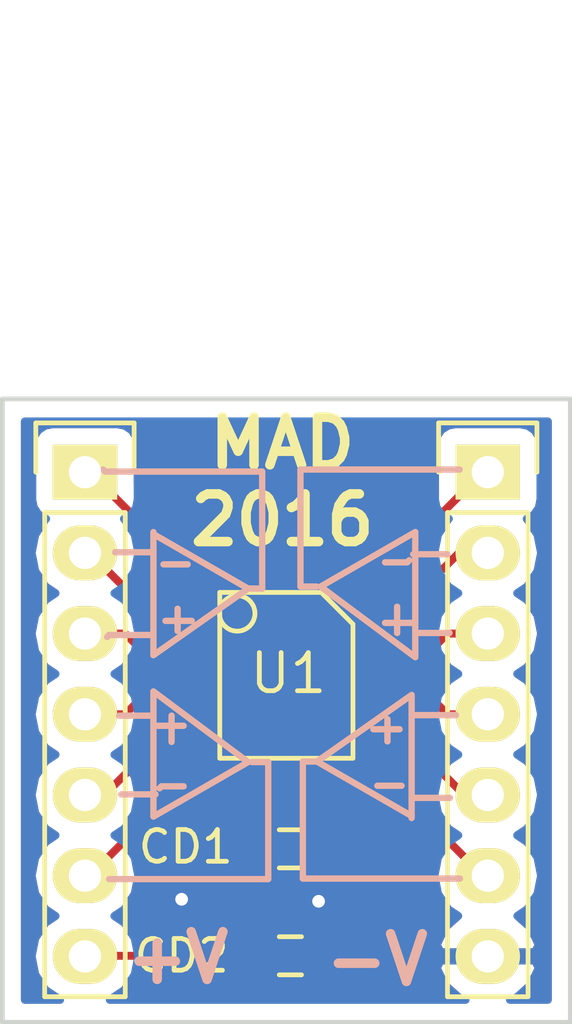
<source format=kicad_pcb>
(kicad_pcb (version 4) (host pcbnew 4.0.2+dfsg1-2~bpo8+1-stable)

  (general
    (links 18)
    (no_connects 0)
    (area 135.751499 99.619999 153.808501 119.391501)
    (thickness 1.6)
    (drawings 68)
    (tracks 68)
    (zones 0)
    (modules 5)
    (nets 15)
  )

  (page USLetter)
  (title_block
    (title "TSV324 quad opamp eval board")
    (rev 1)
  )

  (layers
    (0 F.Cu signal)
    (31 B.Cu signal)
    (32 B.Adhes user)
    (33 F.Adhes user)
    (34 B.Paste user)
    (35 F.Paste user)
    (36 B.SilkS user)
    (37 F.SilkS user)
    (38 B.Mask user)
    (39 F.Mask user)
    (40 Dwgs.User user)
    (41 Cmts.User user)
    (42 Eco1.User user)
    (43 Eco2.User user)
    (44 Edge.Cuts user)
    (45 Margin user)
    (46 B.CrtYd user)
    (47 F.CrtYd user)
    (48 B.Fab user)
    (49 F.Fab user)
  )

  (setup
    (last_trace_width 0.25)
    (trace_clearance 0.2)
    (zone_clearance 0.508)
    (zone_45_only no)
    (trace_min 0.2)
    (segment_width 0.2)
    (edge_width 0.15)
    (via_size 0.6)
    (via_drill 0.4)
    (via_min_size 0.5)
    (via_min_drill 0.34)
    (uvia_size 0.6)
    (uvia_drill 0.4)
    (uvias_allowed no)
    (uvia_min_size 0.5)
    (uvia_min_drill 0.34)
    (pcb_text_width 0.3)
    (pcb_text_size 1.5 1.5)
    (mod_edge_width 0.15)
    (mod_text_size 1 1)
    (mod_text_width 0.15)
    (pad_size 2.032 1.7272)
    (pad_drill 1.016)
    (pad_to_mask_clearance 0.2)
    (aux_axis_origin 0 0)
    (visible_elements FFFFFF7F)
    (pcbplotparams
      (layerselection 0x00030_80000001)
      (usegerberextensions false)
      (excludeedgelayer true)
      (linewidth 0.100000)
      (plotframeref false)
      (viasonmask false)
      (mode 1)
      (useauxorigin false)
      (hpglpennumber 1)
      (hpglpenspeed 20)
      (hpglpendiameter 15)
      (hpglpenoverlay 2)
      (psnegative false)
      (psa4output false)
      (plotreference true)
      (plotvalue true)
      (plotinvisibletext false)
      (padsonsilk false)
      (subtractmaskfromsilk false)
      (outputformat 1)
      (mirror false)
      (drillshape 1)
      (scaleselection 1)
      (outputdirectory ""))
  )

  (net 0 "")
  (net 1 /AO)
  (net 2 /AN)
  (net 3 /AP)
  (net 4 /Vcc)
  (net 5 /BP)
  (net 6 /BN)
  (net 7 /BO)
  (net 8 /DO)
  (net 9 /DN)
  (net 10 /DP)
  (net 11 /Vdd)
  (net 12 /CP)
  (net 13 /CN)
  (net 14 /CO)

  (net_class Default "This is the default net class."
    (clearance 0.2)
    (trace_width 0.25)
    (via_dia 0.6)
    (via_drill 0.4)
    (uvia_dia 0.6)
    (uvia_drill 0.4)
    (add_net /AN)
    (add_net /AO)
    (add_net /AP)
    (add_net /BN)
    (add_net /BO)
    (add_net /BP)
    (add_net /CN)
    (add_net /CO)
    (add_net /CP)
    (add_net /DN)
    (add_net /DO)
    (add_net /DP)
    (add_net /Vcc)
    (add_net /Vdd)
  )

  (module Pin_Headers:Pin_Header_Straight_1x07 (layer F.Cu) (tedit 5856E746) (tstamp 5856E5A2)
    (at 138.43 102)
    (descr "Through hole pin header")
    (tags "pin header")
    (path /5856E6A6)
    (fp_text reference P1 (at 0 -5.1) (layer F.SilkS) hide
      (effects (font (size 1 1) (thickness 0.15)))
    )
    (fp_text value LEFT (at 0 -3.1) (layer F.Fab) hide
      (effects (font (size 1 1) (thickness 0.15)))
    )
    (fp_line (start -1.75 -1.75) (end -1.75 17) (layer F.CrtYd) (width 0.05))
    (fp_line (start 1.75 -1.75) (end 1.75 17) (layer F.CrtYd) (width 0.05))
    (fp_line (start -1.75 -1.75) (end 1.75 -1.75) (layer F.CrtYd) (width 0.05))
    (fp_line (start -1.75 17) (end 1.75 17) (layer F.CrtYd) (width 0.05))
    (fp_line (start 1.27 1.27) (end 1.27 16.51) (layer F.SilkS) (width 0.15))
    (fp_line (start 1.27 16.51) (end -1.27 16.51) (layer F.SilkS) (width 0.15))
    (fp_line (start -1.27 16.51) (end -1.27 1.27) (layer F.SilkS) (width 0.15))
    (fp_line (start 1.55 -1.55) (end 1.55 0) (layer F.SilkS) (width 0.15))
    (fp_line (start 1.27 1.27) (end -1.27 1.27) (layer F.SilkS) (width 0.15))
    (fp_line (start -1.55 0) (end -1.55 -1.55) (layer F.SilkS) (width 0.15))
    (fp_line (start -1.55 -1.55) (end 1.55 -1.55) (layer F.SilkS) (width 0.15))
    (pad 1 thru_hole rect (at 0 0) (size 2.032 1.7272) (drill 1.016) (layers *.Cu *.Mask F.SilkS)
      (net 1 /AO))
    (pad 2 thru_hole oval (at 0 2.54) (size 2.032 1.7272) (drill 1.016) (layers *.Cu *.Mask F.SilkS)
      (net 2 /AN))
    (pad 3 thru_hole oval (at 0 5.08) (size 2.032 1.7272) (drill 1.016) (layers *.Cu *.Mask F.SilkS)
      (net 3 /AP))
    (pad 4 thru_hole oval (at 0 7.62) (size 2.032 1.7272) (drill 1.016) (layers *.Cu *.Mask F.SilkS)
      (net 5 /BP))
    (pad 5 thru_hole oval (at 0 10.16) (size 2.032 1.7272) (drill 1.016) (layers *.Cu *.Mask F.SilkS)
      (net 6 /BN))
    (pad 6 thru_hole oval (at 0 12.7) (size 2.032 1.7272) (drill 1.016) (layers *.Cu *.Mask F.SilkS)
      (net 7 /BO))
    (pad 7 thru_hole oval (at 0 15.24) (size 2.032 1.7272) (drill 1.016) (layers *.Cu *.Mask F.SilkS)
      (net 4 /Vcc))
    (model Pin_Headers.3dshapes/Pin_Header_Straight_1x07.wrl
      (at (xyz 0 -0.3 0))
      (scale (xyz 1 1 1))
      (rotate (xyz 0 0 90))
    )
  )

  (module Pin_Headers:Pin_Header_Straight_1x07 (layer F.Cu) (tedit 5856E742) (tstamp 5856E5AD)
    (at 151.13 102)
    (descr "Through hole pin header")
    (tags "pin header")
    (path /5856E6EA)
    (fp_text reference P2 (at 0 -5.1) (layer F.SilkS) hide
      (effects (font (size 1 1) (thickness 0.15)))
    )
    (fp_text value RIGHT (at 0 -3.1) (layer F.Fab) hide
      (effects (font (size 1 1) (thickness 0.15)))
    )
    (fp_line (start -1.75 -1.75) (end -1.75 17) (layer F.CrtYd) (width 0.05))
    (fp_line (start 1.75 -1.75) (end 1.75 17) (layer F.CrtYd) (width 0.05))
    (fp_line (start -1.75 -1.75) (end 1.75 -1.75) (layer F.CrtYd) (width 0.05))
    (fp_line (start -1.75 17) (end 1.75 17) (layer F.CrtYd) (width 0.05))
    (fp_line (start 1.27 1.27) (end 1.27 16.51) (layer F.SilkS) (width 0.15))
    (fp_line (start 1.27 16.51) (end -1.27 16.51) (layer F.SilkS) (width 0.15))
    (fp_line (start -1.27 16.51) (end -1.27 1.27) (layer F.SilkS) (width 0.15))
    (fp_line (start 1.55 -1.55) (end 1.55 0) (layer F.SilkS) (width 0.15))
    (fp_line (start 1.27 1.27) (end -1.27 1.27) (layer F.SilkS) (width 0.15))
    (fp_line (start -1.55 0) (end -1.55 -1.55) (layer F.SilkS) (width 0.15))
    (fp_line (start -1.55 -1.55) (end 1.55 -1.55) (layer F.SilkS) (width 0.15))
    (pad 1 thru_hole rect (at 0 0) (size 2.032 1.7272) (drill 1.016) (layers *.Cu *.Mask F.SilkS)
      (net 8 /DO))
    (pad 2 thru_hole oval (at 0 2.54) (size 2.032 1.7272) (drill 1.016) (layers *.Cu *.Mask F.SilkS)
      (net 9 /DN))
    (pad 3 thru_hole oval (at 0 5.08) (size 2.032 1.7272) (drill 1.016) (layers *.Cu *.Mask F.SilkS)
      (net 10 /DP))
    (pad 4 thru_hole oval (at 0 7.62) (size 2.032 1.7272) (drill 1.016) (layers *.Cu *.Mask F.SilkS)
      (net 12 /CP))
    (pad 5 thru_hole oval (at 0 10.16) (size 2.032 1.7272) (drill 1.016) (layers *.Cu *.Mask F.SilkS)
      (net 13 /CN))
    (pad 6 thru_hole oval (at 0 12.7) (size 2.032 1.7272) (drill 1.016) (layers *.Cu *.Mask F.SilkS)
      (net 14 /CO))
    (pad 7 thru_hole oval (at 0 15.24) (size 2.032 1.7272) (drill 1.016) (layers *.Cu *.Mask F.SilkS)
      (net 11 /Vdd))
    (model Pin_Headers.3dshapes/Pin_Header_Straight_1x07.wrl
      (at (xyz 0 -0.3 0))
      (scale (xyz 1 1 1))
      (rotate (xyz 0 0 90))
    )
  )

  (module local:TSSOP-14 (layer F.Cu) (tedit 5856EEEE) (tstamp 5856EF35)
    (at 144.78 108.3945 270)
    (path /5856E16C)
    (solder_mask_margin 0.1)
    (fp_text reference U1 (at -0.0635 -0.0635 360) (layer F.SilkS)
      (effects (font (size 1.2 1.2) (thickness 0.15)))
    )
    (fp_text value LM324 (at 0 0 270) (layer F.Fab) hide
      (effects (font (size 1.2 1.2) (thickness 0.15)))
    )
    (fp_circle (center -1.95 1.55) (end -1.4 1.65) (layer F.SilkS) (width 0.15))
    (fp_line (start -1.61 -2.1) (end -2.61 -1.1) (layer F.SilkS) (width 0.15))
    (fp_line (start -2.61 -1.1) (end -2.61 2.1) (layer F.SilkS) (width 0.15))
    (fp_line (start -2.61 2.1) (end 2.61 2.1) (layer F.SilkS) (width 0.15))
    (fp_line (start 2.61 2.1) (end 2.61 -2.1) (layer F.SilkS) (width 0.15))
    (fp_line (start 2.61 -2.1) (end -1.61 -2.1) (layer F.SilkS) (width 0.15))
    (pad 14 smd rect (at -1.95 -3.2 270) (size 0.32 1.2) (layers F.Cu F.Paste F.Mask)
      (net 8 /DO))
    (pad 1 smd rect (at -1.95 3.2 270) (size 0.32 1.2) (layers F.Cu F.Paste F.Mask)
      (net 1 /AO))
    (pad 13 smd rect (at -1.3 -3.2 270) (size 0.32 1.2) (layers F.Cu F.Paste F.Mask)
      (net 9 /DN))
    (pad 2 smd rect (at -1.3 3.2 270) (size 0.32 1.2) (layers F.Cu F.Paste F.Mask)
      (net 2 /AN))
    (pad 12 smd rect (at -0.65 -3.2 270) (size 0.32 1.2) (layers F.Cu F.Paste F.Mask)
      (net 10 /DP))
    (pad 3 smd rect (at -0.65 3.2 270) (size 0.32 1.2) (layers F.Cu F.Paste F.Mask)
      (net 3 /AP))
    (pad 11 smd rect (at 0 -3.2 270) (size 0.32 1.2) (layers F.Cu F.Paste F.Mask)
      (net 11 /Vdd))
    (pad 4 smd rect (at 0 3.2 270) (size 0.32 1.2) (layers F.Cu F.Paste F.Mask)
      (net 4 /Vcc))
    (pad 10 smd rect (at 0.65 -3.2 270) (size 0.32 1.2) (layers F.Cu F.Paste F.Mask)
      (net 12 /CP))
    (pad 5 smd rect (at 0.65 3.2 270) (size 0.32 1.2) (layers F.Cu F.Paste F.Mask)
      (net 5 /BP))
    (pad 9 smd rect (at 1.3 -3.2 270) (size 0.32 1.2) (layers F.Cu F.Paste F.Mask)
      (net 13 /CN))
    (pad 6 smd rect (at 1.3 3.2 270) (size 0.32 1.2) (layers F.Cu F.Paste F.Mask)
      (net 6 /BN))
    (pad 8 smd rect (at 1.95 -3.2 270) (size 0.32 1.2) (layers F.Cu F.Paste F.Mask)
      (net 14 /CO))
    (pad 7 smd rect (at 1.95 3.2 270) (size 0.32 1.2) (layers F.Cu F.Paste F.Mask)
      (net 7 /BO))
  )

  (module Capacitors_SMD:C_0603_HandSoldering (layer F.Cu) (tedit 5856F0FD) (tstamp 5856F0ED)
    (at 144.907 113.8555)
    (descr "Capacitor SMD 0603, hand soldering")
    (tags "capacitor 0603")
    (path /5856F165)
    (attr smd)
    (fp_text reference CD1 (at -3.302 -0.0635) (layer F.SilkS)
      (effects (font (size 1 1) (thickness 0.15)))
    )
    (fp_text value 0.1u (at 0 1.9) (layer F.Fab) hide
      (effects (font (size 1 1) (thickness 0.15)))
    )
    (fp_line (start -1.85 -0.75) (end 1.85 -0.75) (layer F.CrtYd) (width 0.05))
    (fp_line (start -1.85 0.75) (end 1.85 0.75) (layer F.CrtYd) (width 0.05))
    (fp_line (start -1.85 -0.75) (end -1.85 0.75) (layer F.CrtYd) (width 0.05))
    (fp_line (start 1.85 -0.75) (end 1.85 0.75) (layer F.CrtYd) (width 0.05))
    (fp_line (start -0.35 -0.6) (end 0.35 -0.6) (layer F.SilkS) (width 0.15))
    (fp_line (start 0.35 0.6) (end -0.35 0.6) (layer F.SilkS) (width 0.15))
    (pad 1 smd rect (at -0.95 0) (size 1.2 0.75) (layers F.Cu F.Paste F.Mask)
      (net 4 /Vcc))
    (pad 2 smd rect (at 0.95 0) (size 1.2 0.75) (layers F.Cu F.Paste F.Mask)
      (net 11 /Vdd))
    (model Capacitors_SMD.3dshapes/C_0603_HandSoldering.wrl
      (at (xyz 0 0 0))
      (scale (xyz 1 1 1))
      (rotate (xyz 0 0 0))
    )
  )

  (module Capacitors_SMD:C_0603_HandSoldering (layer F.Cu) (tedit 5856F105) (tstamp 5856F0F3)
    (at 144.907 117.221)
    (descr "Capacitor SMD 0603, hand soldering")
    (tags "capacitor 0603")
    (path /5856F386)
    (attr smd)
    (fp_text reference CD2 (at -3.429 0) (layer F.SilkS)
      (effects (font (size 1 1) (thickness 0.15)))
    )
    (fp_text value 0.1u (at 0 1.9) (layer F.Fab) hide
      (effects (font (size 1 1) (thickness 0.15)))
    )
    (fp_line (start -1.85 -0.75) (end 1.85 -0.75) (layer F.CrtYd) (width 0.05))
    (fp_line (start -1.85 0.75) (end 1.85 0.75) (layer F.CrtYd) (width 0.05))
    (fp_line (start -1.85 -0.75) (end -1.85 0.75) (layer F.CrtYd) (width 0.05))
    (fp_line (start 1.85 -0.75) (end 1.85 0.75) (layer F.CrtYd) (width 0.05))
    (fp_line (start -0.35 -0.6) (end 0.35 -0.6) (layer F.SilkS) (width 0.15))
    (fp_line (start 0.35 0.6) (end -0.35 0.6) (layer F.SilkS) (width 0.15))
    (pad 1 smd rect (at -0.95 0) (size 1.2 0.75) (layers F.Cu F.Paste F.Mask)
      (net 4 /Vcc))
    (pad 2 smd rect (at 0.95 0) (size 1.2 0.75) (layers F.Cu F.Paste F.Mask)
      (net 11 /Vdd))
    (model Capacitors_SMD.3dshapes/C_0603_HandSoldering.wrl
      (at (xyz 0 0 0))
      (scale (xyz 1 1 1))
      (rotate (xyz 0 0 0))
    )
  )

  (gr_text "MAD\n2016" (at 144.653 102.2985) (layer F.SilkS)
    (effects (font (size 1.5 1.5) (thickness 0.3)))
  )
  (gr_line (start 135.8265 119.3165) (end 135.8265 99.695) (layer Edge.Cuts) (width 0.15))
  (gr_line (start 153.7335 119.3165) (end 135.8265 119.3165) (layer Edge.Cuts) (width 0.15))
  (gr_line (start 153.7335 99.695) (end 153.7335 119.3165) (layer Edge.Cuts) (width 0.15))
  (gr_line (start 135.8265 99.695) (end 153.7335 99.695) (layer Edge.Cuts) (width 0.15))
  (gr_text V- (at 147.6375 117.348) (layer B.SilkS)
    (effects (font (size 1.5 1.5) (thickness 0.3)) (justify mirror))
  )
  (gr_text V+ (at 141.351 117.2845) (layer B.SilkS)
    (effects (font (size 1.5 1.5) (thickness 0.3)) (justify mirror))
  )
  (gr_line (start 144.2085 114.808) (end 139.192 114.808) (layer B.SilkS) (width 0.2) (tstamp 5856F47C))
  (gr_line (start 139.573 112.141) (end 140.6525 112.141) (layer B.SilkS) (width 0.2) (tstamp 5856F47B))
  (gr_line (start 139.5095 109.6645) (end 140.589 109.6645) (layer B.SilkS) (width 0.2) (tstamp 5856F47A))
  (gr_line (start 140.7795 111.9505) (end 140.843 111.887) (layer B.SilkS) (width 0.2) (tstamp 5856F479))
  (gr_line (start 140.589 109.6645) (end 140.589 109.6645) (layer B.SilkS) (width 0.2) (tstamp 5856F478))
  (gr_line (start 141.1605 109.6645) (end 141.1605 109.6645) (layer B.SilkS) (width 0.2) (tstamp 5856F477))
  (gr_line (start 141.1605 110.49) (end 141.1605 109.6645) (layer B.SilkS) (width 0.2) (tstamp 5856F476))
  (gr_line (start 140.716 109.982) (end 140.716 109.982) (layer B.SilkS) (width 0.2) (tstamp 5856F475))
  (gr_line (start 141.5415 109.982) (end 140.716 109.982) (layer B.SilkS) (width 0.2) (tstamp 5856F474))
  (gr_line (start 140.6525 112.141) (end 140.6525 112.141) (layer B.SilkS) (width 0.2) (tstamp 5856F473))
  (gr_line (start 143.7005 111.125) (end 144.2085 111.125) (layer B.SilkS) (width 0.2) (tstamp 5856F472))
  (gr_line (start 141.5415 111.887) (end 140.843 111.887) (layer B.SilkS) (width 0.2) (tstamp 5856F471))
  (gr_line (start 143.5735 111.125) (end 140.589 112.8395) (layer B.SilkS) (width 0.2) (tstamp 5856F470))
  (gr_line (start 140.589 108.9025) (end 143.5735 111.125) (layer B.SilkS) (width 0.2) (tstamp 5856F46F))
  (gr_line (start 140.589 112.8395) (end 140.589 108.9025) (layer B.SilkS) (width 0.2) (tstamp 5856F46E))
  (gr_line (start 144.2085 111.125) (end 144.2085 114.808) (layer B.SilkS) (width 0.2) (tstamp 5856F46D))
  (gr_line (start 148.844 107.061) (end 148.844 107.061) (layer B.SilkS) (width 0.2) (tstamp 5856F460))
  (gr_line (start 149.9235 107.061) (end 148.844 107.061) (layer B.SilkS) (width 0.2))
  (gr_line (start 148.7805 104.5845) (end 148.7805 104.5845) (layer B.SilkS) (width 0.2) (tstamp 5856F45C))
  (gr_line (start 149.86 104.5845) (end 148.7805 104.5845) (layer B.SilkS) (width 0.2))
  (gr_line (start 150.241 101.9175) (end 150.241 101.9175) (layer B.SilkS) (width 0.2) (tstamp 5856F451))
  (gr_line (start 145.2245 101.9175) (end 150.241 101.9175) (layer B.SilkS) (width 0.2))
  (gr_line (start 145.2245 105.6005) (end 145.2245 101.9175) (layer B.SilkS) (width 0.2))
  (gr_line (start 145.7325 105.6005) (end 145.2245 105.6005) (layer B.SilkS) (width 0.2))
  (gr_line (start 148.2725 107.061) (end 148.2725 107.061) (layer B.SilkS) (width 0.2) (tstamp 5856F447))
  (gr_line (start 148.2725 106.2355) (end 148.2725 107.061) (layer B.SilkS) (width 0.2))
  (gr_line (start 148.717 106.7435) (end 148.717 106.7435) (layer B.SilkS) (width 0.2) (tstamp 5856F443))
  (gr_line (start 147.8915 106.7435) (end 148.717 106.7435) (layer B.SilkS) (width 0.2))
  (gr_line (start 148.6535 104.775) (end 148.59 104.8385) (layer B.SilkS) (width 0.2) (tstamp 5856F43E))
  (gr_line (start 147.8915 104.8385) (end 148.59 104.8385) (layer B.SilkS) (width 0.2))
  (gr_line (start 145.8595 105.6005) (end 148.844 103.886) (layer B.SilkS) (width 0.2))
  (gr_line (start 148.844 107.823) (end 145.8595 105.6005) (layer B.SilkS) (width 0.2))
  (gr_line (start 148.844 103.886) (end 148.844 107.823) (layer B.SilkS) (width 0.2))
  (gr_line (start 148.79288 109.64704) (end 150.12638 109.64704) (layer B.SilkS) (width 0.2) (tstamp 5856F3BA))
  (gr_line (start 148.72938 112.25054) (end 149.93588 112.25054) (layer B.SilkS) (width 0.2) (tstamp 5856F3B9))
  (gr_line (start 145.30038 114.79054) (end 150.25338 114.79054) (layer B.SilkS) (width 0.2) (tstamp 5856F3B8))
  (gr_line (start 145.30038 111.10754) (end 145.30038 114.79054) (layer B.SilkS) (width 0.2) (tstamp 5856F3B7))
  (gr_line (start 145.74488 111.10754) (end 148.72938 112.82204) (layer B.SilkS) (width 0.2) (tstamp 5856F3B6))
  (gr_line (start 147.96738 110.47254) (end 147.96738 109.77404) (layer B.SilkS) (width 0.2) (tstamp 5856F3B5))
  (gr_line (start 148.41188 111.86954) (end 147.64988 111.86954) (layer B.SilkS) (width 0.2) (tstamp 5856F3B4))
  (gr_line (start 145.80838 111.10754) (end 145.30038 111.10754) (layer B.SilkS) (width 0.2) (tstamp 5856F3B3))
  (gr_line (start 147.52288 110.09154) (end 147.52288 110.09154) (layer B.SilkS) (width 0.2) (tstamp 5856F3B2))
  (gr_line (start 148.72938 109.01204) (end 145.74488 111.10754) (layer B.SilkS) (width 0.2) (tstamp 5856F3B1))
  (gr_line (start 148.72938 112.88554) (end 148.72938 109.01204) (layer B.SilkS) (width 0.2) (tstamp 5856F3B0))
  (gr_line (start 148.34838 110.09154) (end 147.52288 110.09154) (layer B.SilkS) (width 0.2) (tstamp 5856F3AF))
  (gr_line (start 139.0015 101.9175) (end 139.065 101.981) (layer B.SilkS) (width 0.2) (tstamp 5856F382))
  (gr_line (start 144.018 101.981) (end 139.065 101.981) (layer B.SilkS) (width 0.2))
  (gr_line (start 144.018 105.664) (end 144.018 101.981) (layer B.SilkS) (width 0.2))
  (gr_line (start 143.51 105.664) (end 144.018 105.664) (layer B.SilkS) (width 0.2))
  (gr_line (start 139.1285 107.188) (end 139.192 107.1245) (layer B.SilkS) (width 0.2) (tstamp 5856F375))
  (gr_line (start 140.5255 107.1245) (end 139.192 107.1245) (layer B.SilkS) (width 0.2))
  (gr_line (start 139.3825 104.521) (end 139.3825 104.521) (layer B.SilkS) (width 0.2) (tstamp 5856F374))
  (gr_line (start 140.589 104.521) (end 139.3825 104.521) (layer B.SilkS) (width 0.2))
  (gr_line (start 141.351 106.299) (end 141.351 106.9975) (layer B.SilkS) (width 0.2))
  (gr_line (start 141.7955 106.68) (end 141.7955 106.68) (layer B.SilkS) (width 0.2) (tstamp 5856F30C))
  (gr_line (start 140.97 106.68) (end 141.7955 106.68) (layer B.SilkS) (width 0.2))
  (gr_line (start 140.9065 104.902) (end 141.6685 104.902) (layer B.SilkS) (width 0.2))
  (gr_line (start 143.5735 105.664) (end 140.589 103.9495) (layer B.SilkS) (width 0.2))
  (gr_line (start 140.589 107.7595) (end 143.5735 105.664) (layer B.SilkS) (width 0.2))
  (gr_line (start 140.589 103.886) (end 140.589 107.7595) (layer B.SilkS) (width 0.2))
  (dimension 12.7 (width 0.3) (layer Dwgs.User)
    (gr_text "12.700 mm" (at 144.778072 88.993379) (layer Dwgs.User)
      (effects (font (size 1.5 1.5) (thickness 0.3)))
    )
    (feature1 (pts (xy 151.128072 99.042879) (xy 151.128072 87.643379)))
    (feature2 (pts (xy 138.428072 99.042879) (xy 138.428072 87.643379)))
    (crossbar (pts (xy 138.428072 90.343379) (xy 151.128072 90.343379)))
    (arrow1a (pts (xy 151.128072 90.343379) (xy 150.001568 90.9298)))
    (arrow1b (pts (xy 151.128072 90.343379) (xy 150.001568 89.756958)))
    (arrow2a (pts (xy 138.428072 90.343379) (xy 139.554576 90.9298)))
    (arrow2b (pts (xy 138.428072 90.343379) (xy 139.554576 89.756958)))
  )

  (segment (start 138.43 102) (end 138.5824 102) (width 0.25) (layer F.Cu) (net 1))
  (segment (start 138.5824 102) (end 141.58 104.9976) (width 0.25) (layer F.Cu) (net 1))
  (segment (start 141.58 104.9976) (end 141.58 106.0345) (width 0.25) (layer F.Cu) (net 1))
  (segment (start 141.58 106.0345) (end 141.58 106.4445) (width 0.25) (layer F.Cu) (net 1))
  (segment (start 138.43 104.54) (end 138.5824 104.54) (width 0.25) (layer F.Cu) (net 2))
  (segment (start 138.5824 104.54) (end 140.5255 106.4831) (width 0.25) (layer F.Cu) (net 2))
  (segment (start 140.5255 106.4831) (end 140.5255 106.8705) (width 0.25) (layer F.Cu) (net 2))
  (segment (start 140.5255 106.8705) (end 140.7495 107.0945) (width 0.25) (layer F.Cu) (net 2))
  (segment (start 140.7495 107.0945) (end 141.58 107.0945) (width 0.25) (layer F.Cu) (net 2))
  (segment (start 138.43 107.08) (end 139.696 107.08) (width 0.25) (layer F.Cu) (net 3))
  (segment (start 139.696 107.08) (end 140.3605 107.7445) (width 0.25) (layer F.Cu) (net 3))
  (segment (start 140.3605 107.7445) (end 140.73 107.7445) (width 0.25) (layer F.Cu) (net 3))
  (segment (start 140.73 107.7445) (end 141.58 107.7445) (width 0.25) (layer F.Cu) (net 3))
  (segment (start 143.957 117.221) (end 138.449 117.221) (width 0.25) (layer F.Cu) (net 4))
  (segment (start 138.449 117.221) (end 138.43 117.24) (width 0.25) (layer F.Cu) (net 4))
  (segment (start 143.957 113.8555) (end 143.957 114.4805) (width 0.25) (layer F.Cu) (net 4))
  (segment (start 143.957 114.4805) (end 143.957 117.221) (width 0.25) (layer F.Cu) (net 4))
  (segment (start 143.957 108.778) (end 143.5735 108.3945) (width 0.25) (layer F.Cu) (net 4))
  (segment (start 143.5735 108.3945) (end 141.58 108.3945) (width 0.25) (layer F.Cu) (net 4))
  (segment (start 143.957 113.8555) (end 143.957 108.778) (width 0.25) (layer F.Cu) (net 4))
  (segment (start 138.43 109.62) (end 139.696 109.62) (width 0.25) (layer F.Cu) (net 5))
  (segment (start 139.696 109.62) (end 140.2715 109.0445) (width 0.25) (layer F.Cu) (net 5))
  (segment (start 140.2715 109.0445) (end 140.73 109.0445) (width 0.25) (layer F.Cu) (net 5))
  (segment (start 140.73 109.0445) (end 141.58 109.0445) (width 0.25) (layer F.Cu) (net 5))
  (segment (start 138.43 112.16) (end 139.046 112.16) (width 0.25) (layer F.Cu) (net 6))
  (segment (start 139.046 112.16) (end 140.3985 110.8075) (width 0.25) (layer F.Cu) (net 6))
  (segment (start 140.3985 110.8075) (end 140.3985 110.026) (width 0.25) (layer F.Cu) (net 6))
  (segment (start 140.3985 110.026) (end 140.73 109.6945) (width 0.25) (layer F.Cu) (net 6))
  (segment (start 140.73 109.6945) (end 141.58 109.6945) (width 0.25) (layer F.Cu) (net 6))
  (segment (start 138.43 114.7) (end 138.5824 114.7) (width 0.25) (layer F.Cu) (net 7))
  (segment (start 138.5824 114.7) (end 141.58 111.7024) (width 0.25) (layer F.Cu) (net 7))
  (segment (start 141.58 110.7545) (end 141.58 110.3445) (width 0.25) (layer F.Cu) (net 7))
  (segment (start 141.58 111.7024) (end 141.58 110.7545) (width 0.25) (layer F.Cu) (net 7))
  (segment (start 151.13 102) (end 150.9776 102) (width 0.25) (layer F.Cu) (net 8))
  (segment (start 150.9776 102) (end 147.98 104.9976) (width 0.25) (layer F.Cu) (net 8))
  (segment (start 147.98 104.9976) (end 147.98 106.0345) (width 0.25) (layer F.Cu) (net 8))
  (segment (start 147.98 106.0345) (end 147.98 106.4445) (width 0.25) (layer F.Cu) (net 8))
  (segment (start 151.13 104.54) (end 150.222 104.54) (width 0.25) (layer F.Cu) (net 9))
  (segment (start 150.222 104.54) (end 149.1615 105.6005) (width 0.25) (layer F.Cu) (net 9))
  (segment (start 149.1615 105.6005) (end 149.1615 106.763) (width 0.25) (layer F.Cu) (net 9))
  (segment (start 149.1615 106.763) (end 148.83 107.0945) (width 0.25) (layer F.Cu) (net 9))
  (segment (start 148.83 107.0945) (end 147.98 107.0945) (width 0.25) (layer F.Cu) (net 9))
  (segment (start 151.13 107.08) (end 149.864 107.08) (width 0.25) (layer F.Cu) (net 10))
  (segment (start 149.864 107.08) (end 149.1995 107.7445) (width 0.25) (layer F.Cu) (net 10))
  (segment (start 149.1995 107.7445) (end 148.83 107.7445) (width 0.25) (layer F.Cu) (net 10))
  (segment (start 148.83 107.7445) (end 147.98 107.7445) (width 0.25) (layer F.Cu) (net 10))
  (segment (start 145.796 115.5065) (end 141.5415 115.5065) (width 0.25) (layer B.Cu) (net 11))
  (segment (start 141.5415 115.5065) (end 141.478 115.443) (width 0.25) (layer B.Cu) (net 11))
  (via (at 141.478 115.443) (size 0.6) (drill 0.4) (layers F.Cu B.Cu) (net 11))
  (segment (start 145.857 113.8555) (end 145.857 115.4455) (width 0.25) (layer F.Cu) (net 11))
  (segment (start 145.857 115.4455) (end 145.796 115.5065) (width 0.25) (layer F.Cu) (net 11))
  (via (at 145.796 115.5065) (size 0.6) (drill 0.4) (layers F.Cu B.Cu) (net 11))
  (segment (start 146.1135 108.3945) (end 145.857 108.651) (width 0.25) (layer F.Cu) (net 11))
  (segment (start 145.857 108.651) (end 145.857 113.8555) (width 0.25) (layer F.Cu) (net 11))
  (segment (start 147.98 108.3945) (end 146.1135 108.3945) (width 0.25) (layer F.Cu) (net 11))
  (segment (start 151.13 109.62) (end 149.864 109.62) (width 0.25) (layer F.Cu) (net 12))
  (segment (start 149.864 109.62) (end 149.2885 109.0445) (width 0.25) (layer F.Cu) (net 12))
  (segment (start 149.2885 109.0445) (end 148.83 109.0445) (width 0.25) (layer F.Cu) (net 12))
  (segment (start 148.83 109.0445) (end 147.98 109.0445) (width 0.25) (layer F.Cu) (net 12))
  (segment (start 151.13 112.16) (end 150.387 112.16) (width 0.25) (layer F.Cu) (net 13))
  (segment (start 149.225 110.998) (end 149.225 110.0895) (width 0.25) (layer F.Cu) (net 13))
  (segment (start 150.387 112.16) (end 149.225 110.998) (width 0.25) (layer F.Cu) (net 13))
  (segment (start 149.225 110.0895) (end 148.83 109.6945) (width 0.25) (layer F.Cu) (net 13))
  (segment (start 148.83 109.6945) (end 147.98 109.6945) (width 0.25) (layer F.Cu) (net 13))
  (segment (start 151.13 114.7) (end 150.9776 114.7) (width 0.25) (layer F.Cu) (net 14))
  (segment (start 150.9776 114.7) (end 147.98 111.7024) (width 0.25) (layer F.Cu) (net 14))
  (segment (start 147.98 111.7024) (end 147.98 110.7545) (width 0.25) (layer F.Cu) (net 14))
  (segment (start 147.98 110.7545) (end 147.98 110.3445) (width 0.25) (layer F.Cu) (net 14))

  (zone (net 11) (net_name /Vdd) (layer F.Cu) (tstamp 0) (hatch edge 0.508)
    (connect_pads (clearance 0.508))
    (min_thickness 0.254)
    (fill yes (arc_segments 16) (thermal_gap 0.508) (thermal_bridge_width 0.508))
    (polygon
      (pts
        (xy 135.89 99.695) (xy 153.7335 99.6315) (xy 153.67 119.3165) (xy 135.9535 119.3165)
      )
    )
    (filled_polygon
      (pts
        (xy 153.0235 118.6065) (xy 151.831207 118.6065) (xy 152.04432 118.531954) (xy 152.480732 118.142036) (xy 152.734709 117.614791)
        (xy 152.737358 117.599026) (xy 152.616217 117.367) (xy 151.257 117.367) (xy 151.257 117.387) (xy 151.003 117.387)
        (xy 151.003 117.367) (xy 149.643783 117.367) (xy 149.522642 117.599026) (xy 149.525291 117.614791) (xy 149.779268 118.142036)
        (xy 150.21568 118.531954) (xy 150.428793 118.6065) (xy 139.215212 118.6065) (xy 139.674415 118.29967) (xy 139.887344 117.981)
        (xy 142.850156 117.981) (xy 142.89291 118.047441) (xy 143.10511 118.192431) (xy 143.357 118.24344) (xy 144.557 118.24344)
        (xy 144.792317 118.199162) (xy 144.895646 118.132671) (xy 144.897302 118.134327) (xy 145.130691 118.231) (xy 145.57125 118.231)
        (xy 145.73 118.07225) (xy 145.73 117.348) (xy 145.984 117.348) (xy 145.984 118.07225) (xy 146.14275 118.231)
        (xy 146.583309 118.231) (xy 146.816698 118.134327) (xy 146.995327 117.955699) (xy 147.092 117.72231) (xy 147.092 117.50675)
        (xy 146.93325 117.348) (xy 145.984 117.348) (xy 145.73 117.348) (xy 145.71 117.348) (xy 145.71 117.094)
        (xy 145.73 117.094) (xy 145.73 116.36975) (xy 145.984 116.36975) (xy 145.984 117.094) (xy 146.93325 117.094)
        (xy 147.092 116.93525) (xy 147.092 116.71969) (xy 146.995327 116.486301) (xy 146.816698 116.307673) (xy 146.583309 116.211)
        (xy 146.14275 116.211) (xy 145.984 116.36975) (xy 145.73 116.36975) (xy 145.57125 116.211) (xy 145.130691 116.211)
        (xy 144.897302 116.307673) (xy 144.895932 116.309043) (xy 144.80889 116.249569) (xy 144.717 116.230961) (xy 144.717 114.847834)
        (xy 144.792317 114.833662) (xy 144.895646 114.767171) (xy 144.897302 114.768827) (xy 145.130691 114.8655) (xy 145.57125 114.8655)
        (xy 145.73 114.70675) (xy 145.73 113.9825) (xy 145.984 113.9825) (xy 145.984 114.70675) (xy 146.14275 114.8655)
        (xy 146.583309 114.8655) (xy 146.816698 114.768827) (xy 146.995327 114.590199) (xy 147.092 114.35681) (xy 147.092 114.14125)
        (xy 146.93325 113.9825) (xy 145.984 113.9825) (xy 145.73 113.9825) (xy 145.71 113.9825) (xy 145.71 113.7285)
        (xy 145.73 113.7285) (xy 145.73 113.00425) (xy 145.984 113.00425) (xy 145.984 113.7285) (xy 146.93325 113.7285)
        (xy 147.092 113.56975) (xy 147.092 113.35419) (xy 146.995327 113.120801) (xy 146.816698 112.942173) (xy 146.583309 112.8455)
        (xy 146.14275 112.8455) (xy 145.984 113.00425) (xy 145.73 113.00425) (xy 145.57125 112.8455) (xy 145.130691 112.8455)
        (xy 144.897302 112.942173) (xy 144.895932 112.943543) (xy 144.80889 112.884069) (xy 144.717 112.865461) (xy 144.717 108.778)
        (xy 144.659148 108.487161) (xy 144.494401 108.240599) (xy 144.110901 107.857099) (xy 143.864339 107.692352) (xy 143.5735 107.6345)
        (xy 142.82744 107.6345) (xy 142.82744 107.5845) (xy 142.795253 107.413443) (xy 142.82744 107.2545) (xy 142.82744 106.9345)
        (xy 142.795253 106.763443) (xy 142.82744 106.6045) (xy 142.82744 106.2845) (xy 146.73256 106.2845) (xy 146.73256 106.6045)
        (xy 146.764747 106.775557) (xy 146.73256 106.9345) (xy 146.73256 107.2545) (xy 146.764747 107.425557) (xy 146.73256 107.5845)
        (xy 146.73256 107.9045) (xy 146.762801 108.065216) (xy 146.745 108.108191) (xy 146.745 108.15575) (xy 146.86306 108.27381)
        (xy 146.91591 108.355941) (xy 146.970636 108.393334) (xy 146.928559 108.42041) (xy 146.865392 108.512858) (xy 146.745 108.63325)
        (xy 146.745 108.680809) (xy 146.764349 108.727521) (xy 146.73256 108.8845) (xy 146.73256 109.2045) (xy 146.764747 109.375557)
        (xy 146.73256 109.5345) (xy 146.73256 109.8545) (xy 146.764747 110.025557) (xy 146.73256 110.1845) (xy 146.73256 110.5045)
        (xy 146.776838 110.739817) (xy 146.91591 110.955941) (xy 147.12811 111.100931) (xy 147.22 111.119539) (xy 147.22 111.7024)
        (xy 147.277852 111.993239) (xy 147.442599 112.239801) (xy 149.522334 114.319536) (xy 149.446655 114.7) (xy 149.560729 115.273489)
        (xy 149.885585 115.75967) (xy 150.195069 115.966461) (xy 149.779268 116.337964) (xy 149.525291 116.865209) (xy 149.522642 116.880974)
        (xy 149.643783 117.113) (xy 151.003 117.113) (xy 151.003 117.093) (xy 151.257 117.093) (xy 151.257 117.113)
        (xy 152.616217 117.113) (xy 152.737358 116.880974) (xy 152.734709 116.865209) (xy 152.480732 116.337964) (xy 152.064931 115.966461)
        (xy 152.374415 115.75967) (xy 152.699271 115.273489) (xy 152.813345 114.7) (xy 152.699271 114.126511) (xy 152.374415 113.64033)
        (xy 152.059634 113.43) (xy 152.374415 113.21967) (xy 152.699271 112.733489) (xy 152.813345 112.16) (xy 152.699271 111.586511)
        (xy 152.374415 111.10033) (xy 152.059634 110.89) (xy 152.374415 110.67967) (xy 152.699271 110.193489) (xy 152.813345 109.62)
        (xy 152.699271 109.046511) (xy 152.374415 108.56033) (xy 152.059634 108.35) (xy 152.374415 108.13967) (xy 152.699271 107.653489)
        (xy 152.813345 107.08) (xy 152.699271 106.506511) (xy 152.374415 106.02033) (xy 152.059634 105.81) (xy 152.374415 105.59967)
        (xy 152.699271 105.113489) (xy 152.813345 104.54) (xy 152.699271 103.966511) (xy 152.374415 103.48033) (xy 152.360087 103.470757)
        (xy 152.381317 103.466762) (xy 152.597441 103.32769) (xy 152.742431 103.11549) (xy 152.79344 102.8636) (xy 152.79344 101.1364)
        (xy 152.749162 100.901083) (xy 152.61009 100.684959) (xy 152.39789 100.539969) (xy 152.146 100.48896) (xy 150.114 100.48896)
        (xy 149.878683 100.533238) (xy 149.662559 100.67231) (xy 149.517569 100.88451) (xy 149.46656 101.1364) (xy 149.46656 102.436238)
        (xy 147.442599 104.460199) (xy 147.277852 104.706761) (xy 147.22 104.9976) (xy 147.22 105.667166) (xy 147.144683 105.681338)
        (xy 146.928559 105.82041) (xy 146.783569 106.03261) (xy 146.73256 106.2845) (xy 142.82744 106.2845) (xy 142.783162 106.049183)
        (xy 142.64409 105.833059) (xy 142.43189 105.688069) (xy 142.34 105.669461) (xy 142.34 104.9976) (xy 142.282148 104.706761)
        (xy 142.117401 104.460199) (xy 140.09344 102.436238) (xy 140.09344 101.1364) (xy 140.049162 100.901083) (xy 139.91009 100.684959)
        (xy 139.69789 100.539969) (xy 139.446 100.48896) (xy 137.414 100.48896) (xy 137.178683 100.533238) (xy 136.962559 100.67231)
        (xy 136.817569 100.88451) (xy 136.76656 101.1364) (xy 136.76656 102.8636) (xy 136.810838 103.098917) (xy 136.94991 103.315041)
        (xy 137.16211 103.460031) (xy 137.203439 103.4684) (xy 137.185585 103.48033) (xy 136.860729 103.966511) (xy 136.746655 104.54)
        (xy 136.860729 105.113489) (xy 137.185585 105.59967) (xy 137.500366 105.81) (xy 137.185585 106.02033) (xy 136.860729 106.506511)
        (xy 136.746655 107.08) (xy 136.860729 107.653489) (xy 137.185585 108.13967) (xy 137.500366 108.35) (xy 137.185585 108.56033)
        (xy 136.860729 109.046511) (xy 136.746655 109.62) (xy 136.860729 110.193489) (xy 137.185585 110.67967) (xy 137.500366 110.89)
        (xy 137.185585 111.10033) (xy 136.860729 111.586511) (xy 136.746655 112.16) (xy 136.860729 112.733489) (xy 137.185585 113.21967)
        (xy 137.500366 113.43) (xy 137.185585 113.64033) (xy 136.860729 114.126511) (xy 136.746655 114.7) (xy 136.860729 115.273489)
        (xy 137.185585 115.75967) (xy 137.500366 115.97) (xy 137.185585 116.18033) (xy 136.860729 116.666511) (xy 136.746655 117.24)
        (xy 136.860729 117.813489) (xy 137.185585 118.29967) (xy 137.644788 118.6065) (xy 136.5365 118.6065) (xy 136.5365 100.405)
        (xy 153.0235 100.405)
      )
    )
    (filled_polygon
      (pts
        (xy 143.197 112.863166) (xy 143.121683 112.877338) (xy 142.905559 113.01641) (xy 142.760569 113.22861) (xy 142.70956 113.4805)
        (xy 142.70956 114.2305) (xy 142.753838 114.465817) (xy 142.89291 114.681941) (xy 143.10511 114.826931) (xy 143.197 114.845539)
        (xy 143.197 116.228666) (xy 143.121683 116.242838) (xy 142.905559 116.38191) (xy 142.851519 116.461) (xy 139.861953 116.461)
        (xy 139.674415 116.18033) (xy 139.359634 115.97) (xy 139.674415 115.75967) (xy 139.999271 115.273489) (xy 140.113345 114.7)
        (xy 140.037666 114.319536) (xy 142.117401 112.239801) (xy 142.282148 111.993239) (xy 142.34 111.7024) (xy 142.34 111.121834)
        (xy 142.415317 111.107662) (xy 142.631441 110.96859) (xy 142.776431 110.75639) (xy 142.82744 110.5045) (xy 142.82744 110.1845)
        (xy 142.795253 110.013443) (xy 142.82744 109.8545) (xy 142.82744 109.5345) (xy 142.795253 109.363443) (xy 142.82744 109.2045)
        (xy 142.82744 109.1545) (xy 143.197 109.1545)
      )
    )
  )
  (zone (net 11) (net_name /Vdd) (layer B.Cu) (tstamp 0) (hatch edge 0.508)
    (connect_pads (clearance 0.508))
    (min_thickness 0.254)
    (fill yes (arc_segments 16) (thermal_gap 0.508) (thermal_bridge_width 0.508))
    (polygon
      (pts
        (xy 135.89 99.695) (xy 153.67 99.6315) (xy 153.67 119.253) (xy 135.89 119.3165)
      )
    )
    (filled_polygon
      (pts
        (xy 153.0235 118.6065) (xy 151.831207 118.6065) (xy 152.04432 118.531954) (xy 152.480732 118.142036) (xy 152.734709 117.614791)
        (xy 152.737358 117.599026) (xy 152.616217 117.367) (xy 151.257 117.367) (xy 151.257 117.387) (xy 151.003 117.387)
        (xy 151.003 117.367) (xy 149.643783 117.367) (xy 149.522642 117.599026) (xy 149.525291 117.614791) (xy 149.779268 118.142036)
        (xy 150.21568 118.531954) (xy 150.428793 118.6065) (xy 139.215212 118.6065) (xy 139.674415 118.29967) (xy 139.999271 117.813489)
        (xy 140.113345 117.24) (xy 139.999271 116.666511) (xy 139.674415 116.18033) (xy 139.359634 115.97) (xy 139.674415 115.75967)
        (xy 139.999271 115.273489) (xy 140.113345 114.7) (xy 139.999271 114.126511) (xy 139.674415 113.64033) (xy 139.359634 113.43)
        (xy 139.674415 113.21967) (xy 139.999271 112.733489) (xy 140.113345 112.16) (xy 139.999271 111.586511) (xy 139.674415 111.10033)
        (xy 139.359634 110.89) (xy 139.674415 110.67967) (xy 139.999271 110.193489) (xy 140.113345 109.62) (xy 139.999271 109.046511)
        (xy 139.674415 108.56033) (xy 139.359634 108.35) (xy 139.674415 108.13967) (xy 139.999271 107.653489) (xy 140.113345 107.08)
        (xy 139.999271 106.506511) (xy 139.674415 106.02033) (xy 139.359634 105.81) (xy 139.674415 105.59967) (xy 139.999271 105.113489)
        (xy 140.113345 104.54) (xy 149.446655 104.54) (xy 149.560729 105.113489) (xy 149.885585 105.59967) (xy 150.200366 105.81)
        (xy 149.885585 106.02033) (xy 149.560729 106.506511) (xy 149.446655 107.08) (xy 149.560729 107.653489) (xy 149.885585 108.13967)
        (xy 150.200366 108.35) (xy 149.885585 108.56033) (xy 149.560729 109.046511) (xy 149.446655 109.62) (xy 149.560729 110.193489)
        (xy 149.885585 110.67967) (xy 150.200366 110.89) (xy 149.885585 111.10033) (xy 149.560729 111.586511) (xy 149.446655 112.16)
        (xy 149.560729 112.733489) (xy 149.885585 113.21967) (xy 150.200366 113.43) (xy 149.885585 113.64033) (xy 149.560729 114.126511)
        (xy 149.446655 114.7) (xy 149.560729 115.273489) (xy 149.885585 115.75967) (xy 150.195069 115.966461) (xy 149.779268 116.337964)
        (xy 149.525291 116.865209) (xy 149.522642 116.880974) (xy 149.643783 117.113) (xy 151.003 117.113) (xy 151.003 117.093)
        (xy 151.257 117.093) (xy 151.257 117.113) (xy 152.616217 117.113) (xy 152.737358 116.880974) (xy 152.734709 116.865209)
        (xy 152.480732 116.337964) (xy 152.064931 115.966461) (xy 152.374415 115.75967) (xy 152.699271 115.273489) (xy 152.813345 114.7)
        (xy 152.699271 114.126511) (xy 152.374415 113.64033) (xy 152.059634 113.43) (xy 152.374415 113.21967) (xy 152.699271 112.733489)
        (xy 152.813345 112.16) (xy 152.699271 111.586511) (xy 152.374415 111.10033) (xy 152.059634 110.89) (xy 152.374415 110.67967)
        (xy 152.699271 110.193489) (xy 152.813345 109.62) (xy 152.699271 109.046511) (xy 152.374415 108.56033) (xy 152.059634 108.35)
        (xy 152.374415 108.13967) (xy 152.699271 107.653489) (xy 152.813345 107.08) (xy 152.699271 106.506511) (xy 152.374415 106.02033)
        (xy 152.059634 105.81) (xy 152.374415 105.59967) (xy 152.699271 105.113489) (xy 152.813345 104.54) (xy 152.699271 103.966511)
        (xy 152.374415 103.48033) (xy 152.360087 103.470757) (xy 152.381317 103.466762) (xy 152.597441 103.32769) (xy 152.742431 103.11549)
        (xy 152.79344 102.8636) (xy 152.79344 101.1364) (xy 152.749162 100.901083) (xy 152.61009 100.684959) (xy 152.39789 100.539969)
        (xy 152.146 100.48896) (xy 150.114 100.48896) (xy 149.878683 100.533238) (xy 149.662559 100.67231) (xy 149.517569 100.88451)
        (xy 149.46656 101.1364) (xy 149.46656 102.8636) (xy 149.510838 103.098917) (xy 149.64991 103.315041) (xy 149.86211 103.460031)
        (xy 149.903439 103.4684) (xy 149.885585 103.48033) (xy 149.560729 103.966511) (xy 149.446655 104.54) (xy 140.113345 104.54)
        (xy 139.999271 103.966511) (xy 139.674415 103.48033) (xy 139.660087 103.470757) (xy 139.681317 103.466762) (xy 139.897441 103.32769)
        (xy 140.042431 103.11549) (xy 140.09344 102.8636) (xy 140.09344 101.1364) (xy 140.049162 100.901083) (xy 139.91009 100.684959)
        (xy 139.69789 100.539969) (xy 139.446 100.48896) (xy 137.414 100.48896) (xy 137.178683 100.533238) (xy 136.962559 100.67231)
        (xy 136.817569 100.88451) (xy 136.76656 101.1364) (xy 136.76656 102.8636) (xy 136.810838 103.098917) (xy 136.94991 103.315041)
        (xy 137.16211 103.460031) (xy 137.203439 103.4684) (xy 137.185585 103.48033) (xy 136.860729 103.966511) (xy 136.746655 104.54)
        (xy 136.860729 105.113489) (xy 137.185585 105.59967) (xy 137.500366 105.81) (xy 137.185585 106.02033) (xy 136.860729 106.506511)
        (xy 136.746655 107.08) (xy 136.860729 107.653489) (xy 137.185585 108.13967) (xy 137.500366 108.35) (xy 137.185585 108.56033)
        (xy 136.860729 109.046511) (xy 136.746655 109.62) (xy 136.860729 110.193489) (xy 137.185585 110.67967) (xy 137.500366 110.89)
        (xy 137.185585 111.10033) (xy 136.860729 111.586511) (xy 136.746655 112.16) (xy 136.860729 112.733489) (xy 137.185585 113.21967)
        (xy 137.500366 113.43) (xy 137.185585 113.64033) (xy 136.860729 114.126511) (xy 136.746655 114.7) (xy 136.860729 115.273489)
        (xy 137.185585 115.75967) (xy 137.500366 115.97) (xy 137.185585 116.18033) (xy 136.860729 116.666511) (xy 136.746655 117.24)
        (xy 136.860729 117.813489) (xy 137.185585 118.29967) (xy 137.644788 118.6065) (xy 136.5365 118.6065) (xy 136.5365 100.405)
        (xy 153.0235 100.405)
      )
    )
  )
)

</source>
